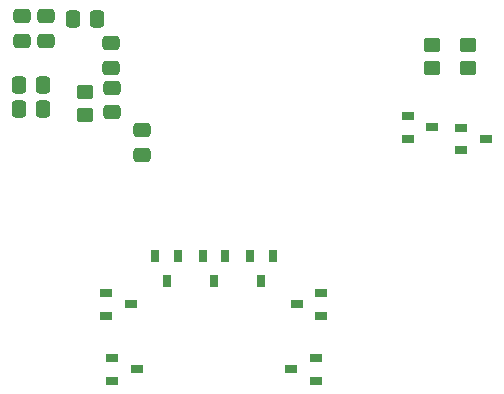
<source format=gbp>
G04 #@! TF.GenerationSoftware,KiCad,Pcbnew,8.0.8*
G04 #@! TF.CreationDate,2025-03-18T19:08:41-04:00*
G04 #@! TF.ProjectId,477,3437372e-6b69-4636-9164-5f7063625858,rev?*
G04 #@! TF.SameCoordinates,Original*
G04 #@! TF.FileFunction,Paste,Bot*
G04 #@! TF.FilePolarity,Positive*
%FSLAX46Y46*%
G04 Gerber Fmt 4.6, Leading zero omitted, Abs format (unit mm)*
G04 Created by KiCad (PCBNEW 8.0.8) date 2025-03-18 19:08:41*
%MOMM*%
%LPD*%
G01*
G04 APERTURE LIST*
G04 Aperture macros list*
%AMRoundRect*
0 Rectangle with rounded corners*
0 $1 Rounding radius*
0 $2 $3 $4 $5 $6 $7 $8 $9 X,Y pos of 4 corners*
0 Add a 4 corners polygon primitive as box body*
4,1,4,$2,$3,$4,$5,$6,$7,$8,$9,$2,$3,0*
0 Add four circle primitives for the rounded corners*
1,1,$1+$1,$2,$3*
1,1,$1+$1,$4,$5*
1,1,$1+$1,$6,$7*
1,1,$1+$1,$8,$9*
0 Add four rect primitives between the rounded corners*
20,1,$1+$1,$2,$3,$4,$5,0*
20,1,$1+$1,$4,$5,$6,$7,0*
20,1,$1+$1,$6,$7,$8,$9,0*
20,1,$1+$1,$8,$9,$2,$3,0*%
G04 Aperture macros list end*
%ADD10RoundRect,0.250000X0.337500X0.475000X-0.337500X0.475000X-0.337500X-0.475000X0.337500X-0.475000X0*%
%ADD11R,1.100000X0.650000*%
%ADD12RoundRect,0.250000X0.450000X-0.350000X0.450000X0.350000X-0.450000X0.350000X-0.450000X-0.350000X0*%
%ADD13RoundRect,0.250000X-0.475000X0.337500X-0.475000X-0.337500X0.475000X-0.337500X0.475000X0.337500X0*%
%ADD14RoundRect,0.250000X-0.337500X-0.475000X0.337500X-0.475000X0.337500X0.475000X-0.337500X0.475000X0*%
%ADD15R,0.650000X1.100000*%
%ADD16RoundRect,0.250000X0.475000X-0.337500X0.475000X0.337500X-0.475000X0.337500X-0.475000X-0.337500X0*%
G04 APERTURE END LIST*
D10*
X144634500Y-102870000D03*
X142559500Y-102870000D03*
D11*
X145900000Y-133460000D03*
X145900000Y-131540000D03*
X148000000Y-132500000D03*
X163100000Y-131540000D03*
X163100000Y-133460000D03*
X161000000Y-132500000D03*
D12*
X176000000Y-107000000D03*
X176000000Y-105000000D03*
D13*
X145796000Y-104880500D03*
X145796000Y-106955500D03*
X148411000Y-112260000D03*
X148411000Y-114335000D03*
D11*
X163600000Y-126040000D03*
X163600000Y-127960000D03*
X161500000Y-127000000D03*
X175400000Y-113960000D03*
X175400000Y-112040000D03*
X177500000Y-113000000D03*
D14*
X137987500Y-110490000D03*
X140062500Y-110490000D03*
X137987500Y-108458000D03*
X140062500Y-108458000D03*
D12*
X173000000Y-107000000D03*
X173000000Y-105000000D03*
D15*
X157540000Y-122900000D03*
X159460000Y-122900000D03*
X158500000Y-125000000D03*
D16*
X145868500Y-110744000D03*
X145868500Y-108669000D03*
D15*
X149540000Y-122900000D03*
X151460000Y-122900000D03*
X150500000Y-125000000D03*
X153540000Y-122900000D03*
X155460000Y-122900000D03*
X154500000Y-125000000D03*
D13*
X138263000Y-102594500D03*
X138263000Y-104669500D03*
D11*
X170900000Y-112960000D03*
X170900000Y-111040000D03*
X173000000Y-112000000D03*
D12*
X143597000Y-110982000D03*
X143597000Y-108982000D03*
D11*
X145400000Y-127960000D03*
X145400000Y-126040000D03*
X147500000Y-127000000D03*
D13*
X140295000Y-102594500D03*
X140295000Y-104669500D03*
M02*

</source>
